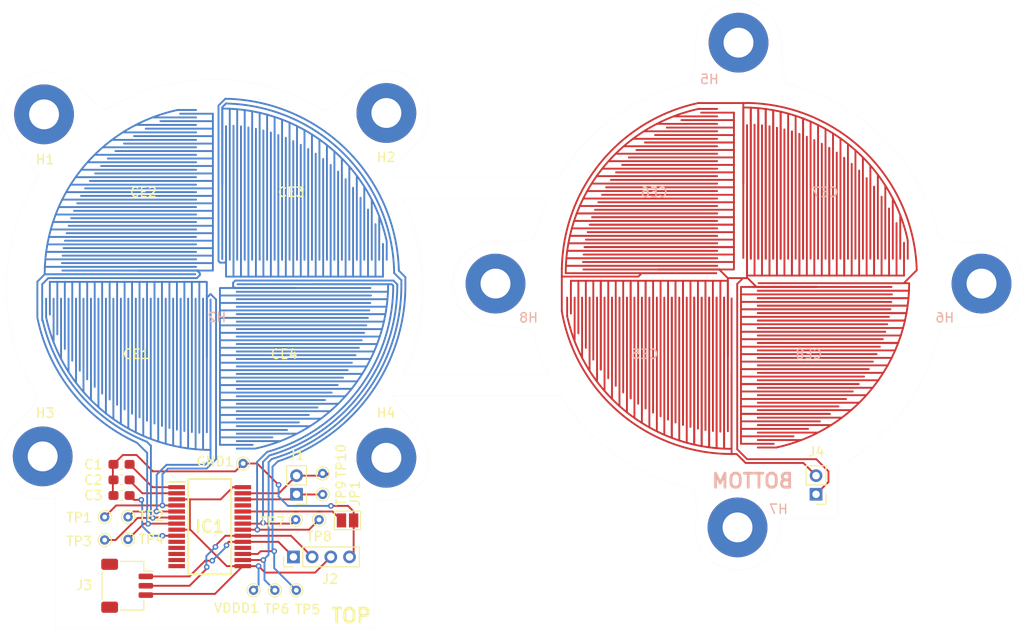
<source format=kicad_pcb>
(kicad_pcb (version 20241229) (generator "pcbnew") (generator_version "9.0")
  (layers (0 "F.Cu" signal) (2 "B.Cu" signal) (13 "F.Paste" user) (15 "B.Paste" user) (5 "F.SilkS" user "F.Silkscreen") (7 "B.SilkS" user "B.Silkscreen") (1 "F.Mask" user) (3 "B.Mask" user) (25 "Edge.Cuts" user))
  (net 0 "")
  (net 1 "Net-(IC1-VCCD)")
  (net 2 "GND")
  (net 3 "Net-(IC1-VSSD)")
  (net 4 "Net-(IC1-VSSA)")
  (net 5 "P5.3")
  (net 6 "P5.2")
  (net 7 "P1.1")
  (net 8 "P1.0")
  (net 9 "P1.3")
  (net 10 "P1.2")
  (net 16 "VDDA_1")
  (net 17 "P3.6")
  (net 18 "P3.1")
  (net 20 "Net-(IC1-XRES)")
  (net 22 "P3.7")
  (net 24 "P3.2")
  (net 31 "P0.1")
  (net 33 "P0.0")
  (footprint "PCB Coils:COIL_GENERATOR_1" (layer "F.Cu") (at 186.562915 50.091 180)
    (property "Reference" "CE2")
    (property "Value" "C")
  )
  (footprint "MountingHole:MountingHole_3.2mm_M3_Pad" (layer "F.Cu") (at 216.813046 51.087283)
    (property "Reference" "H8")
    (property "Value" "~")
  )
  (footprint "PCB Coils:COIL_GENERATOR_1" (layer "F.Cu") (at 187.567915 50.341 90)
    (property "Reference" "CE3")
    (property "Value" "C")
  )
  (footprint "TestPoint:TestPoint_THTPad_D1.0mm_Drill0.5mm" (layer "F.Cu") (at 177.4821 76.086)
    (property "Reference" "TP2")
    (property "Value" "TestPoint")
  )
  (footprint "MountingHole:MountingHole_3.2mm_M3_Pad" (layer "F.Cu") (at 242.822646 25.280883)
    (property "Reference" "H5")
    (property "Value" "~")
  )
  (footprint "Connector_PinHeader_2.00mm:PinHeader_1x04_P2.00mm_Vertical" (layer "F.Cu") (at 195.1859 80.3656 90)
    (property "Reference" "J2")
    (property "Value" "Conn_01x04")
  )
  (footprint "Capacitor_SMD:C_0603_1608Metric_Pad1.08x0.95mm_HandSolder" (layer "F.Cu") (at 176.7875 72.115 180)
    (property "Reference" "C2")
    (property "Value" "0.1uF")
  )
  (footprint "PCB Coils:COIL_GENERATOR" (layer "F.Cu") (at 242.33072 49.976 180)
    (property "Reference" "CE6")
    (property "Value" "C")
  )
  (footprint "Connector_PinHeader_2.00mm:PinHeader_1x02_P2.00mm_Vertical" (layer "F.Cu") (at 251.121 73.66 180)
    (property "Reference" "J4")
    (property "Value" "Conn_01x02")
  )
  (footprint "TestPoint:TestPoint_THTPad_D1.0mm_Drill0.5mm" (layer "F.Cu") (at 174.9821 78.552667 180)
    (property "Reference" "TP3")
    (property "Value" "TestPoint")
  )
  (footprint "PCB Coils:COIL_GENERATOR" (layer "F.Cu") (at 243.33572 50.226 90)
    (property "Reference" "CE7")
    (property "Value" "C")
  )
  (footprint "Jumper:SolderJumper-2_P1.3mm_Open_Pad1.0x1.5mm" (layer "F.Cu") (at 200.9771 76.454)
    (property "Reference" "JP1")
    (property "Value" "SolderJumper_2_Open")
  )
  (footprint "Capacitor_SMD:C_0603_1608Metric_Pad1.08x0.95mm_HandSolder" (layer "F.Cu") (at 176.7875 73.787 180)
    (property "Reference" "C3")
    (property "Value" "0.1uF")
  )
  (footprint "TestPoint:TestPoint_THTPad_D1.0mm_Drill0.5mm" (layer "F.Cu") (at 197.9291 76.378 180)
    (property "Reference" "TP8")
    (property "Value" "TestPoint")
  )
  (footprint "TestPoint:TestPoint_THTPad_D1.0mm_Drill0.5mm" (layer "F.Cu") (at 198.3101 73.676 180)
    (property "Reference" "TP9")
    (property "Value" "TestPoint")
  )
  (footprint "MountingHole:MountingHole_3.2mm_M3_Pad" (layer "F.Cu") (at 168.491566 32.958434)
    (property "Reference" "H1")
    (property "Value" "~")
  )
  (footprint "Connector_PinHeader_2.00mm:PinHeader_1x02_P2.00mm_Vertical" (layer "F.Cu") (at 195.5161 73.66 180)
    (property "Reference" "J1")
    (property "Value" "Conn_01x02" (hide yes))
  )
  (footprint "Connector_JST:JST_SH_SM03B-SRSS-TB_1x03-1MP_P1.00mm_Horizontal" (layer "F.Cu") (at 177.3871 83.455 -90)
    (property "Reference" "J3")
    (property "Value" "Conn_01x04")
  )
  (footprint "MountingHole:MountingHole_3.2mm_M3_Pad" (layer "F.Cu") (at 268.832246 51.087283)
    (property "Reference" "H6")
    (property "Value" "~")
  )
  (footprint "ECE382N:SOP65P780X200-28N" (layer "F.Cu") (at 186.223505 77.125)
    (property "Reference" "IC1")
    (property "Value" "CY8C4145PVI-PS431" (hide yes))
  )
  (footprint "TestPoint:TestPoint_THTPad_D1.0mm_Drill0.5mm" (layer "F.Cu") (at 177.4821 78.486 180)
    (property "Reference" "TP4")
    (property "Value" "TestPoint")
  )
  (footprint "MountingHole:MountingHole_3.2mm_M3_Pad" (layer "F.Cu") (at 205.131046 69.749583)
    (property "Reference" "H4")
    (property "Value" "~")
  )
  (footprint "PCB Coils:COIL_GENERATOR_1" (layer "F.Cu") (at 186.312915 50.902 -90)
    (property "Reference" "CE1")
    (property "Value" "C")
  )
  (footprint "TestPoint:TestPoint_THTPad_D1.0mm_Drill0.5mm" (layer "F.Cu") (at 195.4907 83.933999 90)
    (property "Reference" "TP5")
    (property "Value" "TestPoint")
  )
  (footprint "TestPoint:TestPoint_THTPad_D1.0mm_Drill0.5mm" (layer "F.Cu") (at 193.197255 83.933999)
    (property "Reference" "TP6")
    (property "Value" "TestPoint")
  )
  (footprint "PCB Coils:COIL_GENERATOR_1" (layer "F.Cu") (at 187.317915 51.162)
    (property "Reference" "CE4")
    (property "Value" "C")
  )
  (footprint "TestPoint:TestPoint_THTPad_D1.0mm_Drill0.5mm" (layer "F.Cu") (at 198.3101 71.426 180)
    (property "Reference" "TP10")
    (property "Value" "TestPoint")
  )
  (footprint "TestPoint:TestPoint_THTPad_D1.0mm_Drill0.5mm" (layer "F.Cu") (at 195.4291 76.378 180)
    (property "Reference" "TP7")
    (property "Value" "TestPoint")
  )
  (footprint "PCB Coils:COIL_GENERATOR" (layer "F.Cu") (at 243.08572 51.047)
    (property "Reference" "CE8")
    (property "Value" "C")
  )
  (footprint "TestPoint:TestPoint_THTPad_D1.0mm_Drill0.5mm" (layer "F.Cu") (at 190.911255 83.933999 180)
    (property "Reference" "VDDD1")
    (property "Value" "TestPoint")
  )
  (footprint "PCB Coils:COIL_GENERATOR" (layer "F.Cu") (at 242.08072 50.787 -90)
    (property "Reference" "CE5")
    (property "Value" "C")
  )
  (footprint "Capacitor_SMD:C_0603_1608Metric_Pad1.08x0.95mm_HandSolder" (layer "F.Cu") (at 176.7875 70.45 180)
    (property "Reference" "C1")
    (property "Value" "0.1uF")
  )
  (footprint "MountingHole:MountingHole_3.2mm_M3_Pad" (layer "F.Cu") (at 168.347876 69.597883)
    (property "Reference" "H3")
    (property "Value" "~")
  )
  (footprint "MountingHole:MountingHole_3.2mm_M3_Pad" (layer "F.Cu") (at 242.715396 77.204133)
    (property "Reference" "H7")
    (property "Value" "~")
  )
  (footprint "TestPoint:TestPoint_THTPad_D1.0mm_Drill0.5mm" (layer "F.Cu") (at 189.8011 70.358)
    (property "Reference" "GND1")
    (property "Value" "TestPoint")
  )
  (footprint "MountingHole:MountingHole_3.2mm_M3_Pad" (layer "F.Cu") (at 205.131006 32.814753)
    (property "Reference" "H2")
    (property "Value" "~")
  )
  (footprint "TestPoint:TestPoint_THTPad_D1.0mm_Drill0.5mm" (layer "F.Cu") (at 174.9821 76.086)
    (property "Reference" "TP1")
    (property "Value" "TestPoint")
  )
  (gr_arc (start 242.08072 69.342) (mid 230.199447 65.004107) (end 223.908189 54.03133) (stroke (width 0.2)) (layer "F.Cu") (net 5))
  (gr_arc (start 223.91414 49.4792) (mid 228.126513 38.052858) (end 238.543406 31.744623) (stroke (width 0.2)) (layer "F.Cu") (net 5))
  (gr_arc (start 243.699965 31.736812) (mid 256.40309 37.032601) (end 261.9 49.65) (stroke (width 0.2)) (layer "F.Cu") (net 5))
  (gr_arc (start 179.494375 68.031351) (mid 172.330412 62.918533) (end 168.352995 55.0672) (stroke (width 0.2)) (layer "B.Cu") (net 10))
  (gr_arc (start 205.863053 51.565005) (mid 202.033397 62.585608) (end 192.366431 69.117799) (stroke (width 0.2)) (layer "B.Cu") (net 33))
  (gr_arc (start 207.166597 51.155728) (mid 203.440069 62.876757) (end 193.509041 70.132405) (stroke (width 0.2)) (layer "B.Cu") (net 24))
  (gr_arc (start 187.882195 31.286187) (mid 200.876977 36.761217) (end 206.469101 49.70604) (stroke (width 0.2)) (layer "B.Cu") (net 24))
  (gr_arc (start 187.963946 31.797564) (mid 200.635265 37.240356) (end 205.964164 49.96) (stroke (width 0.2)) (layer "B.Cu") (net 18))
  (gr_arc (start 178.424812 68.123433) (mid 171.4951 62.7) (end 167.776338 54.724707) (stroke (width 0.2)) (layer "B.Cu") (net 9))
  (gr_arc (start 206.299177 51.353274) (mid 202.486677 62.707486) (end 192.620041 69.497405) (stroke (width 0.2)) (layer "B.Cu") (net 31))
  (gr_arc (start 206.735478 51.155121) (mid 202.936577 62.83534) (end 192.874041 69.878405) (stroke (width 0.2)) (layer "B.Cu") (net 18))
  (gr_arc (start 216.813046 55.653635) (mid 212.2889 50.467868) (end 218.040426 46.688975) (stroke (width 0.008)) (layer "Edge.Cuts"))
  (gr_line (start 206.966778 60.840883) (end 222.487259 60.840883) (stroke (width 0.008)) (layer "Edge.Cuts"))
  (gr_arc (start 165.262667 36.187333) (mid 166.696577 37.771834) (end 167.965653 39.49119) (stroke (width 0.008)) (layer "Edge.Cuts"))
  (gr_arc (start 222.487259 60.840883) (mid 221.529753 58.483548) (end 220.847236 56.032423) (stroke (width 0.008)) (layer "Edge.Cuts"))
  (gr_line (start 203.808246 88.069683) (end 203.808246 74.120137) (stroke (width 0.008)) (layer "Edge.Cuts"))
  (gr_arc (start 175.107991 32.487779) (mid 173.343807 31.195145) (end 171.720464 29.729536) (stroke (width 0.008)) (layer "Edge.Cuts"))
  (gr_arc (start 238.256294 25.280883) (mid 242.822646 20.714531) (end 247.388998 25.280883) (stroke (width 0.008)) (layer "Edge.Cuts"))
  (gr_line (start 208.344731 66.505547) (end 207.806458 65.772968) (stroke (width 0.008)) (layer "Edge.Cuts"))
  (gr_arc (start 247.281699 77.182719) (mid 241.9388 81.703965) (end 238.420422 75.653404) (stroke (width 0.008)) (layer "Edge.Cuts"))
  (gr_arc (start 267.604866 46.688975) (mid 273.356392 50.467868) (end 268.832246 55.653635) (stroke (width 0.008)) (layer "Edge.Cuts"))
  (gr_arc (start 223.583609 39.708083) (mid 229.665648 33.160005) (end 237.831414 29.528363) (stroke (width 0.008)) (layer "Edge.Cuts"))
  (gr_arc (start 220.895547 46.331918) (mid 219.473982 46.558391) (end 218.040426 46.688975) (stroke (width 0.008)) (layer "Edge.Cuts"))
  (gr_arc (start 264.371724 56.123035) (mid 266.58967 55.771307) (end 268.832246 55.653635) (stroke (width 0.008)) (layer "Edge.Cuts"))
  (gr_arc (start 216.813046 55.653635) (mid 218.839013 55.748539) (end 220.847236 56.032423) (stroke (width 0.008)) (layer "Edge.Cuts"))
  (gr_arc (start 205.537759 39.52963) (mid 205.594166 39.618724) (end 205.65015 39.708083) (stroke (width 0.008)) (layer "Edge.Cuts"))
  (gr_arc (start 267.604866 46.688975) (mid 265.955471 46.530284) (end 264.323254 46.244706) (stroke (width 0.008)) (layer "Edge.Cuts"))
  (gr_arc (start 175.107991 32.487779) (mid 186.826148 29.211232) (end 198.518452 32.57887) (stroke (width 0.008)) (layer "Edge.Cuts"))
  (gr_line (start 253.389046 70.797682) (end 253.389046 76.284083) (stroke (width 0.008)) (layer "Edge.Cuts"))
  (gr_line (start 169.670646 73.968446) (end 169.670646 88.069683) (stroke (width 0.008)) (layer "Edge.Cuts"))
  (gr_arc (start 238.256294 25.280883) (mid 238.149809 27.415222) (end 237.831414 29.528363) (stroke (width 0.008)) (layer "Edge.Cuts"))
  (gr_arc (start 201.153049 30.572566) (mid 207.892066 29.177708) (end 208.359909 36.043649) (stroke (width 0.008)) (layer "Edge.Cuts"))
  (gr_arc (start 247.833969 29.626599) (mid 247.500531 27.465102) (end 247.388998 25.280883) (stroke (width 0.008)) (layer "Edge.Cuts"))
  (gr_arc (start 207.806458 65.772968) (mid 206.71664 64.502747) (end 205.729285 63.151349) (stroke (width 0.008)) (layer "Edge.Cuts"))
  (gr_line (start 223.708742 63.076083) (end 205.775282 63.076083) (stroke (width 0.008)) (layer "Edge.Cuts"))
  (gr_arc (start 201.153049 30.572566) (mid 199.874538 31.626653) (end 198.518452 32.57887) (stroke (width 0.008)) (layer "Edge.Cuts"))
  (gr_arc (start 205.775282 63.076083) (mid 205.752322 63.113739) (end 205.729285 63.151349) (stroke (width 0.008)) (layer "Edge.Cuts"))
  (gr_arc (start 205.537759 39.52963) (mid 206.857374 37.712596) (end 208.359909 36.043649) (stroke (width 0.008)) (layer "Edge.Cuts"))
  (gr_line (start 205.65015 39.708083) (end 223.583609 39.708083) (stroke (width 0.008)) (layer "Edge.Cuts"))
  (gr_arc (start 264.371724 56.123035) (mid 260.459134 64.641913) (end 253.389046 70.797682) (stroke (width 0.008)) (layer "Edge.Cuts"))
  (gr_arc (start 238.069817 73.10369) (mid 229.862681 69.560132) (end 223.708742 63.076083) (stroke (width 0.008)) (layer "Edge.Cuts"))
  (gr_arc (start 208.344731 66.505547) (mid 209.053974 72.086716) (end 203.808246 74.120137) (stroke (width 0.008)) (layer "Edge.Cuts"))
  (gr_arc (start 238.069817 73.10369) (mid 238.283002 74.373338) (end 238.420422 75.653404) (stroke (width 0.008)) (layer "Edge.Cuts"))
  (gr_line (start 222.392107 41.943283) (end 206.871633 41.943283) (stroke (width 0.008)) (layer "Edge.Cuts"))
  (gr_line (start 247.281699 77.182719) (end 247.419095 76.284083) (stroke (width 0.008)) (layer "Edge.Cuts"))
  (gr_arc (start 206.871633 41.943283) (mid 209.021783 51.381497) (end 206.966778 60.840883) (stroke (width 0.008)) (layer "Edge.Cuts"))
  (gr_arc (start 220.895547 46.331918) (mid 221.529363 44.098566) (end 222.392107 41.943283) (stroke (width 0.008)) (layer "Edge.Cuts"))
  (gr_arc (start 169.670646 73.968446) (mid 164.148379 71.391131) (end 166.105697 65.619918) (stroke (width 0.008)) (layer "Edge.Cuts"))
  (gr_line (start 169.670646 88.069683) (end 203.808246 88.069683) (stroke (width 0.008)) (layer "Edge.Cuts"))
  (gr_arc (start 165.262667 36.187333) (mid 165.262667 29.729535) (end 171.720464 29.729536) (stroke (width 0.008)) (layer "Edge.Cuts"))
  (gr_arc (start 167.872095 63.348564) (mid 164.456998 51.406301) (end 167.965653 39.49119) (stroke (width 0.008)) (layer "Edge.Cuts"))
  (gr_line (start 253.389046 76.284083) (end 247.419095 76.284083) (stroke (width 0.008)) (layer "Edge.Cuts"))
  (gr_arc (start 167.872095 63.348564) (mid 167.027037 64.513902) (end 166.105697 65.619918) (stroke (width 0.008)) (layer "Edge.Cuts"))
  (gr_arc (start 247.833969 29.626599) (mid 258.436826 35.595719) (end 264.323254 46.244706) (stroke (width 0.008)) (layer "Edge.Cuts"))
  (gr_text "TOP" (at 199.05 87.55 0) (layer "F.SilkS") (effects (font (size 1.5 1.5) (thickness 0.3) (bold yes)) (justify left bottom)))
  (gr_text "BOTTOM" (at 248.85 73.1 0) (layer "B.SilkS") (effects (font (size 1.5 1.5) (thickness 0.3) (bold yes)) (justify left bottom mirror)))
  (gr_text "H2" (at 186.987098 54.7 0) (layer "B.SilkS") (effects (font (size 1 1)) (justify mirror)))
  (segment (start 182.685505 72.9) (end 180.1 72.9) (width 0.2) (layer "F.Cu") (net 1))
  (segment (start 180.1 72.9) (end 177.65 70.45) (width 0.2) (layer "F.Cu") (net 1))
  (segment (start 188.9591 71.2) (end 180.1451 71.2) (width 0.2) (layer "F.Cu") (net 2))
  (segment (start 201.6271 75.504) (end 201.6271 76.454) (width 0.2) (layer "F.Cu") (net 2))
  (segment (start 178.3951 69.45) (end 176.925 69.45) (width 0.2) (layer "F.Cu") (net 2))
  (segment (start 201.6271 76.454) (end 201.6271 79.9244) (width 0.2) (layer "F.Cu") (net 2))
  (segment (start 189.8011 70.358) (end 188.9591 71.2) (width 0.2) (layer "F.Cu") (net 2))
  (segment (start 199.1991 74.9) (end 201.0231 74.9) (width 0.2) (layer "F.Cu") (net 2))
  (segment (start 175.8576 70.2045) (end 175.8576 70.45) (width 0.2) (layer "F.Cu") (net 2))
  (segment (start 176.925 69.45) (end 175.925 70.45) (width 0.2) (layer "F.Cu") (net 2))
  (segment (start 175.8576 73.787) (end 175.8576 72.115) (width 0.2) (layer "F.Cu") (net 2))
  (segment (start 175.8576 72.115) (end 175.8576 70.45) (width 0.2) (layer "F.Cu") (net 2))
  (segment (start 180.1451 71.2) (end 178.3951 69.45) (width 0.2) (layer "F.Cu") (net 2))
  (segment (start 189.8011 70.358) (end 191.3031 70.358) (width 0.2) (layer "F.Cu") (net 2))
  (segment (start 201.0231 74.9) (end 201.6271 75.504) (width 0.2) (layer "F.Cu") (net 2))
  (segment (start 201.6271 79.9244) (end 201.1859 80.3656) (width 0.2) (layer "F.Cu") (net 2))
  (segment (start 191.3031 70.358) (end 193.5951 72.65) (width 0.2) (layer "F.Cu") (net 2))
  (via (at 193.5951 72.65) (size 0.6) (drill 0.3) (layers "F.Cu" "B.Cu") (net 2))
  (via (at 199.1991 74.9) (size 0.6) (drill 0.3) (layers "F.Cu" "B.Cu") (net 2))
  (segment (start 194.5951 74.9) (end 199.1991 74.9) (width 0.2) (layer "B.Cu") (net 2))
  (segment (start 193.5951 72.65) (end 193.5951 73.9) (width 0.2) (layer "B.Cu") (net 2))
  (segment (start 199.1991 74.9) (end 199.1691 74.93) (width 0.2) (layer "B.Cu") (net 2))
  (segment (start 193.5951 73.9) (end 194.5951 74.9) (width 0.2) (layer "B.Cu") (net 2))
  (segment (start 177.65 72.1824) (end 177.65 72.115) (width 0.2) (layer "F.Cu") (net 3))
  (segment (start 179.0176 73.55) (end 182.685505 73.55) (width 0.2) (layer "F.Cu") (net 3))
  (segment (start 179.0176 73.55) (end 177.65 72.1824) (width 0.2) (layer "F.Cu") (net 3))
  (segment (start 181.1651 78.1) (end 182.685505 78.1) (width 0.2) (layer "F.Cu") (net 4))
  (segment (start 178.900559 74.25) (end 178.113 74.25) (width 0.2) (layer "F.Cu") (net 4))
  (segment (start 178.113 74.25) (end 177.65 73.787) (width 0.2) (layer "F.Cu") (net 4))
  (via (at 181.1651 78.1) (size 0.6) (drill 0.3) (layers "F.Cu" "B.Cu") (net 4))
  (via (at 178.900559 74.25) (size 0.6) (drill 0.3) (layers "F.Cu" "B.Cu") (net 4))
  (segment (start 178.900559 74.25) (end 178.900559 74.463959) (width 0.2) (layer "B.Cu") (net 4))
  (segment (start 179 74.5634) (end 179 77.075802) (width 0.2) (layer "B.Cu") (net 4))
  (segment (start 178.900559 74.463959) (end 179 74.5634) (width 0.2) (layer "B.Cu") (net 4))
  (segment (start 179 77.075802) (end 180.029198 78.105) (width 0.2) (layer "B.Cu") (net 4))
  (segment (start 180.029198 78.105) (end 181.1601 78.105) (width 0.2) (layer "B.Cu") (net 4))
  (segment (start 181.1601 78.105) (end 181.1651 78.1) (width 0.2) (layer "B.Cu") (net 4))
  (segment (start 198.681 71.66) (end 198.915 71.426) (width 0.2) (layer "F.Cu") (net 5))
  (segment (start 243.9161 70.301) (end 243.5839 70.301) (width 0.2) (layer "F.Cu") (net 5))
  (segment (start 232.1 50.335) (end 223.908189 50.335) (width 0.2) (layer "F.Cu") (net 5))
  (segment (start 232.43072 49.976) (end 232.43072 50.00428) (width 0.2) (layer "F.Cu") (net 5))
  (segment (start 232.43072 50.00428) (end 232.1 50.335) (width 0.2) (layer "F.Cu") (net 5))
  (segment (start 243.33572 40.441) (end 243.33572 31.76974) (width 0.2) (layer "F.Cu") (net 5))
  (segment (start 252.98572 51.047) (end 260.503 51.047) (width 0.2) (layer "F.Cu") (net 5))
  (segment (start 195.5161 71.66) (end 198.0761 71.66) (width 0.2) (layer "F.Cu") (net 5))
  (segment (start 243.5839 70.301) (end 243.349 70.0661) (width 0.2) (layer "F.Cu") (net 5))
  (segment (start 223.908189 49.473249) (end 223.908189 54.03133) (width 0.2) (layer "F.Cu") (net 5))
  (segment (start 242.0808 60.80208) (end 242.0808 69.342) (width 0.2) (layer "F.Cu") (net 5))
  (segment (start 243.349 70.0661) (end 242.6249 69.342) (width 0.2) (layer "F.Cu") (net 5))
  (segment (start 243.35546 31.75) (end 243.684018 31.75) (width 0.2) (layer "F.Cu") (net 5))
  (segment (start 260.503 51.047) (end 261.9 49.65) (width 0.2) (layer "F.Cu") (net 5))
  (segment (start 223.91414 49.4792) (end 223.908189 49.473249) (width 0.2) (layer "F.Cu") (net 5))
  (segment (start 189.761505 73.55) (end 193.6261 73.55) (width 0.2) (layer "F.Cu") (net 5))
  (segment (start 198.915 71.426) (end 198.665 71.676) (width 0.2) (layer "F.Cu") (net 5))
  (segment (start 243.33572 31.76974) (end 243.35546 31.75) (width 0.2) (layer "F.Cu") (net 5))
  (segment (start 242.08072 60.802) (end 242.0808 60.80208) (width 0.2) (layer "F.Cu") (net 5))
  (segment (start 249.762 70.301) (end 243.9161 70.301) (width 0.2) (layer "F.Cu") (net 5))
  (segment (start 242.6249 69.342) (end 242.08072 69.342) (width 0.2) (layer "F.Cu") (net 5))
  (segment (start 251.121 71.66) (end 249.762 70.301) (width 0.2) (layer "F.Cu") (net 5))
  (segment (start 193.6261 73.55) (end 195.5161 71.66) (width 0.2) (layer "F.Cu") (net 5))
  (segment (start 243.35546 31.75) (end 238.54454 31.75) (width 0.2) (layer "F.Cu") (net 5))
  (segment (start 252.45 71.2) (end 252.45 72.331) (width 0.2) (layer "F.Cu") (net 6))
  (segment (start 194.9761 74.2) (end 189.761505 74.2) (width 0.2) (layer "F.Cu") (net 6))
  (segment (start 243.3 50.502743) (end 243.668697 50.502743) (width 0.2) (layer "F.Cu") (net 6))
  (segment (start 251.18372 51.447) (end 244.747 51.447) (width 0.2) (layer "F.Cu") (net 6))
  (segment (start 252.45 72.331) (end 251.121 73.66) (width 0.2) (layer "F.Cu") (net 6))
  (segment (start 243.75 69.9) (end 251.15 69.9) (width 0.2) (layer "F.Cu") (net 6))
  (segment (start 244.747 51.447) (end 243.73572 50.43572) (width 0.2) (layer "F.Cu") (net 6))
  (segment (start 242.68472 51.118023) (end 242.68472 68.83472) (width 0.2) (layer "F.Cu") (net 6))
  (segment (start 241.68072 58.885) (end 241.68072 50.502743) (width 0.2) (layer "F.Cu") (net 6))
  (segment (start 195.5321 73.676) (end 195.5161 73.66) (width 0.2) (layer "F.Cu") (net 6))
  (segment (start 241.68072 50.502743) (end 240.753977 49.576) (width 0.2) (layer "F.Cu") (net 6))
  (segment (start 242.68472 68.83472) (end 243.75 69.9) (width 0.2) (layer "F.Cu") (net 6))
  (segment (start 243.668697 50.502743) (end 243.73572 50.43572) (width 0.2) (layer "F.Cu") (net 6))
  (segment (start 240.753977 49.576) (end 234.23272 49.576) (width 0.2) (layer "F.Cu") (net 6))
  (segment (start 241.68072 50.502743) (end 243.3 50.502743) (width 0.2) (layer "F.Cu") (net 6))
  (segment (start 244.316 51.447) (end 251.18372 51.447) (width 0.2) (layer "F.Cu") (net 6))
  (segment (start 243.73572 50.43572) (end 243.73572 42.128) (width 0.2) (layer "F.Cu") (net 6))
  (segment (start 251.15 69.9) (end 252.45 71.2) (width 0.2) (layer "F.Cu") (net 6))
  (segment (start 198.3101 73.676) (end 195.5321 73.676) (width 0.2) (layer "F.Cu") (net 6))
  (segment (start 195.5161 73.66) (end 194.9761 74.2) (width 0.2) (layer "F.Cu") (net 6))
  (segment (start 243.3 50.502743) (end 242.68472 51.118023) (width 0.2) (layer "F.Cu") (net 6))
  (segment (start 177.4821 76.086) (end 178.0681 75.5) (width 0.2) (layer "F.Cu") (net 7))
  (segment (start 180.5301 75.5) (end 182.685505 75.5) (width 0.2) (layer "F.Cu") (net 7))
  (segment (start 178.0681 75.5) (end 180.5301 75.5) (width 0.2) (layer "F.Cu") (net 7))
  (via (at 180.5301 75.5) (size 0.6) (drill 0.3) (layers "F.Cu" "B.Cu") (net 7))
  (segment (start 181.599 70.5) (end 185.7329 70.5) (width 0.2) (layer "B.Cu") (net 7))
  (segment (start 180.55 75.4801) (end 180.55 71.549) (width 0.2) (layer "B.Cu") (net 7))
  (segment (start 186.312915 69.919985) (end 186.312915 60.802) (width 0.2) (layer "B.Cu") (net 7))
  (segment (start 180.55 71.549) (end 181.599 70.5) (width 0.2) (layer "B.Cu") (net 7))
  (segment (start 186.312915 68.462915) (end 186.312915 60.802) (width 0.2) (layer "B.Cu") (net 7))
  (segment (start 185.7329 70.5) (end 186.312915 69.919985) (width 0.2) (layer "B.Cu") (net 7))
  (segment (start 180.5301 75.5) (end 180.55 75.4801) (width 0.2) (layer "B.Cu") (net 7))
  (segment (start 181.1651 74.85) (end 182.685505 74.85) (width 0.2) (layer "F.Cu") (net 8))
  (segment (start 174.9821 76.086) (end 176.2181 74.85) (width 0.2) (layer "F.Cu") (net 8))
  (segment (start 176.2181 74.85) (end 181.1651 74.85) (width 0.2) (layer "F.Cu") (net 8))
  (via (at 181.1651 74.85) (size 0.6) (drill 0.3) (layers "F.Cu" "B.Cu") (net 8))
  (segment (start 181.7661 70.9) (end 181.1651 71.501) (width 0.2) (layer "B.Cu") (net 8))
  (segment (start 186.9 52.791311) (end 186.9 69.9) (width 0.2) (layer "B.Cu") (net 8))
  (segment (start 186.9 69.9) (end 185.9 70.9) (width 0.2) (layer "B.Cu") (net 8))
  (segment (start 181.1651 71.501) (end 181.1651 74.85) (width 0.2) (layer "B.Cu") (net 8))
  (segment (start 185.912915 59) (end 185.912915 52.604226) (width 0.2) (layer "B.Cu") (net 8))
  (segment (start 185.9 70.9) (end 181.7661 70.9) (width 0.2) (layer "B.Cu") (net 8))
  (segment (start 186.312915 52.204226) (end 186.9 52.791311) (width 0.2) (layer "B.Cu") (net 8))
  (segment (start 185.912915 52.604226) (end 186.312915 52.204226) (width 0.2) (layer "B.Cu") (net 8))
  (segment (start 177.4821 78.486) (end 179.151522 76.816578) (width 0.2) (layer "F.Cu") (net 9))
  (segment (start 179.151522 76.816578) (end 179.62793 76.816578) (width 0.2) (layer "F.Cu") (net 9))
  (segment (start 179.644508 76.8) (end 179.62793 76.816578) (width 0.2) (layer "F.Cu") (net 9))
  (segment (start 182.685505 76.8) (end 179.644508 76.8) (width 0.2) (layer "F.Cu") (net 9))
  (via (at 179.62793 76.816578) (size 0.6) (drill 0.3) (layers "F.Cu" "B.Cu") (net 9))
  (segment (start 170.65 50.1) (end 169.717815 50.1) (width 0.2) (layer "B.Cu") (net 9))
  (segment (start 176.662915 50.091) (end 168.562915 50.091) (width 0.2) (layer "B.Cu") (net 9))
  (segment (start 168.562915 50.091) (end 167.776338 50.877577) (width 0.2) (layer "B.Cu") (net 9))
  (segment (start 176.662915 50.091) (end 170.407157 50.091) (width 0.2) (layer "B.Cu") (net 9))
  (segment (start 171.012057 50.091) (end 170.679857 50.091) (width 0.2) (layer "B.Cu") (net 9))
  (segment (start 179.55 76.738648) (end 179.62793 76.816578) (width 0.2) (layer "B.Cu") (net 9))
  (segment (start 179.52455 76.43912) (end 179.55 76.46457) (width 0.2) (layer "B.Cu") (net 9))
  (segment (start 169.717815 50.1) (end 169.385615 50.1) (width 0.2) (layer "B.Cu") (net 9))
  (segment (start 167.776338 50.877577) (end 167.776338 54.724707) (width 0.2) (layer "B.Cu") (net 9))
  (segment (start 179.55 76.46457) (end 179.55 76.738648) (width 0.2) (layer "B.Cu") (net 9))
  (segment (start 179.5281 75.827627) (end 179.5281 75.937684) (width 0.2) (layer "B.Cu") (net 9))
  (segment (start 179.5281 75.937684) (end 179.52455 75.941234) (width 0.2) (layer "B.Cu") (net 9))
  (segment (start 179.52455 75.941234) (end 179.52455 76.43912) (width 0.2) (layer "B.Cu") (net 9))
  (segment (start 179.5281 69.226721) (end 179.5281 75.827627) (width 0.2) (layer "B.Cu") (net 9))
  (segment (start 178.424812 68.123433) (end 179.5281 69.226721) (width 0.2) (layer "B.Cu") (net 9))
  (segment (start 180.165727 76.15) (end 182.685505 76.15) (width 0.2) (layer "F.Cu") (net 10))
  (segment (start 180.12555 76.190177) (end 180.165727 76.15) (width 0.2) (layer "F.Cu") (net 10))
  (segment (start 180.12555 76.190177) (end 178.510709 76.190177) (width 0.2) (layer "F.Cu") (net 10))
  (segment (start 176.148219 78.552667) (end 174.9821 78.552667) (width 0.2) (layer "F.Cu") (net 10))
  (segment (start 178.510709 76.190177) (end 176.148219 78.552667) (width 0.2) (layer "F.Cu") (net 10))
  (via (at 180.12555 76.190177) (size 0.6) (drill 0.3) (layers "F.Cu" "B.Cu") (net 10))
  (segment (start 184.850689 50.501) (end 168.946815 50.501) (width 0.2) (layer "B.Cu") (net 10))
  (segment (start 168.2951 55.009305) (end 168.352995 55.0672) (width 0.2) (layer "B.Cu") (net 10))
  (segment (start 179.9291 68.434) (end 179.897024 68.434) (width 0.2) (layer "B.Cu") (net 10))
  (segment (start 185.169915 49.983) (end 185.169915 50.181774) (width 0.2) (layer "B.Cu") (net 10))
  (segment (start 184.877915 49.691) (end 185.169915 49.983) (width 0.2) (layer "B.Cu") (net 10))
  (segment (start 179.9291 75.993727) (end 179.9291 68.434) (width 0.2) (layer "B.Cu") (net 10))
  (segment (start 168.2951 51.152715) (end 168.2951 55.009305) (width 0.2) (layer "B.Cu") (net 10))
  (segment (start 185.169915 50.181774) (end 184.850689 50.501) (width 0.2) (layer "B.Cu") (net 10))
  (segment (start 168.946815 50.501) (end 168.2951 51.152715) (width 0.2) (layer "B.Cu") (net 10))
  (segment (start 180.12555 76.190177) (end 179.9291 75.993727) (width 0.2) (layer "B.Cu") (net 10))
  (segment (start 178.62782 49.691) (end 185.04082 49.691) (width 0.2) (layer "B.Cu") (net 10))
  (segment (start 179.897024 68.434) (end 179.494375 68.031351) (width 0.2) (layer "B.Cu") (net 10))
  (segment (start 188.697005 72.9) (end 189.761505 72.9) (width 0.2) (layer "F.Cu") (net 16))
  (segment (start 184.098505 74.2) (end 187.397005 74.2) (width 0.2) (layer "F.Cu") (net 16))
  (segment (start 184.147005 77.45) (end 188.047005 81.35) (width 0.2) (layer "F.Cu") (net 16))
  (segment (start 182.685505 77.45) (end 184.098505 77.45) (width 0.2) (layer "F.Cu") (net 16))
  (segment (start 189.761505 81.35) (end 186.783505 84.328) (width 0.2) (layer "F.Cu") (net 16))
  (segment (start 184.098505 74.2) (end 184.098505 77.45) (width 0.2) (layer "F.Cu") (net 16))
  (segment (start 179.5141 84.328) (end 179.3871 84.455) (width 0.2) (layer "F.Cu") (net 16))
  (segment (start 187.397005 74.2) (end 188.697005 72.9) (width 0.2) (layer "F.Cu") (net 16))
  (segment (start 199.1859 80.3656) (end 197.5095 82.042) (width 0.2) (layer "F.Cu") (net 16))
  (segment (start 182.685505 74.2) (end 184.098505 74.2) (width 0.2) (layer "F.Cu") (net 16))
  (segment (start 186.783505 84.328) (end 179.5141 84.328) (width 0.2) (layer "F.Cu") (net 16))
  (segment (start 189.761505 81.35) (end 189.383505 81.35) (width 0.2) (layer "F.Cu") (net 16))
  (segment (start 192.1441 82.042) (end 191.4521 81.35) (width 0.2) (layer "F.Cu") (net 16))
  (segment (start 189.761505 81.35) (end 191.4521 81.35) (width 0.2) (layer "F.Cu") (net 16))
  (segment (start 197.5095 82.042) (end 192.1441 82.042) (width 0.2) (layer "F.Cu") (net 16))
  (segment (start 184.098505 77.45) (end 184.147005 77.45) (width 0.2) (layer "F.Cu") (net 16))
  (segment (start 188.047005 81.35) (end 189.761505 81.35) (width 0.2) (layer "F.Cu") (net 16))
  (via (at 191.4521 81.35) (size 0.6) (drill 0.3) (layers "F.Cu" "B.Cu") (net 16))
  (segment (start 191.4521 81.35) (end 191.4521 83.393154) (width 0.2) (layer "B.Cu") (net 16))
  (segment (start 191.4521 83.393154) (end 190.911255 83.933999) (width 0.2) (layer "B.Cu") (net 16))
  (segment (start 185.7371 80.772) (end 184.0541 82.455) (width 0.2) (layer "F.Cu") (net 17))
  (segment (start 193.5703 78.75) (end 189.761505 78.75) (width 0.2) (layer "F.Cu") (net 17))
  (segment (start 188.2671 78.75) (end 189.761505 78.75) (width 0.2) (layer "F.Cu") (net 17))
  (segment (start 188.0231 79.121) (end 188.0231 78.994) (width 0.2) (layer "F.Cu") (net 17))
  (segment (start 186.4991 80.772) (end 185.7371 80.772) (width 0.2) (layer "F.Cu") (net 17))
  (segment (start 189.696505 78.815) (end 189.761505 78.75) (width 0.2) (layer "F.Cu") (net 17))
  (segment (start 188.0231 78.994) (end 188.2671 78.75) (width 0.2) (layer "F.Cu") (net 17))
  (segment (start 195.1859 80.3656) (end 193.5703 78.75) (width 0.2) (layer "F.Cu") (net 17))
  (segment (start 184.0541 82.455) (end 179.3871 82.455) (width 0.2) (layer "F.Cu") (net 17))
  (via (at 186.4991 80.772) (size 0.6) (drill 0.3) (layers "F.Cu" "B.Cu") (net 17))
  (via (at 188.0231 79.121) (size 0.6) (drill 0.3) (layers "F.Cu" "B.Cu") (net 17))
  (segment (start 186.4991 80.772) (end 188.0231 79.248) (width 0.2) (layer "B.Cu") (net 17))
  (segment (start 188.0231 79.248) (end 188.0231 79.121) (width 0.2) (layer "B.Cu") (net 17))
  (segment (start 191.9601 80.7) (end 189.761505 80.7) (width 0.2) (layer "F.Cu") (net 18))
  (via (at 191.9601 80.7) (size 0.6) (drill 0.3) (layers "F.Cu" "B.Cu") (net 18))
  (segment (start 187.567915 32.193595) (end 187.963946 31.797564) (width 0.2) (layer "B.Cu") (net 18))
  (segment (start 187.567915 40.441) (end 187.567915 32.193595) (width 0.2) (layer "B.Cu") (net 18))
  (segment (start 191.9051 80.645) (end 191.9601 80.645) (width 0.2) (layer "B.Cu") (net 18))
  (segment (start 191.9601 80.7) (end 191.9051 80.645) (width 0.2) (layer "B.Cu") (net 18))
  (segment (start 205.964164 49.96) (end 206.735478 50.731314) (width 0.2) (layer "B.Cu") (net 18))
  (segment (start 187.963946 31.797564) (end 187.954759 31.797564) (width 0.2) (layer "B.Cu") (net 18))
  (segment (start 192.527296 80.132804) (end 191.9601 80.7) (width 0.2) (layer "B.Cu") (net 18))
  (segment (start 192.0871 80.772) (end 192.0151 80.7) (width 0.2) (layer "B.Cu") (net 18))
  (segment (start 192.527296 70.22515) (end 192.527296 80.132804) (width 0.2) (layer "B.Cu") (net 18))
  (segment (start 206.735478 50.731314) (end 206.735478 51.155121) (width 0.2) (layer "B.Cu") (net 18))
  (segment (start 193.197255 83.933999) (end 192.0871 82.823844) (width 0.2) (layer "B.Cu") (net 18))
  (segment (start 192.0871 82.823844) (end 192.0871 80.772) (width 0.2) (layer "B.Cu") (net 18))
  (segment (start 192.874041 69.878405) (end 192.527296 70.22515) (width 0.2) (layer "B.Cu") (net 18))
  (segment (start 192.0151 80.7) (end 191.9601 80.7) (width 0.2) (layer "B.Cu") (net 18))
  (segment (start 199.3731 75.5) (end 189.761505 75.5) (width 0.2) (layer "F.Cu") (net 20))
  (segment (start 200.3271 76.454) (end 199.3731 75.5) (width 0.2) (layer "F.Cu") (net 20))
  (segment (start 186.836817 79.291283) (end 186.836817 79.164283) (width 0.2) (layer "F.Cu") (net 22))
  (segment (start 186.836817 79.164283) (end 187.9011 78.1) (width 0.2) (layer "F.Cu") (net 22))
  (segment (start 185.907365 81.617735) (end 184.0701 83.455) (width 0.2) (layer "F.Cu") (net 22))
  (segment (start 189.761505 78.1) (end 194.9203 78.1) (width 0.2) (layer "F.Cu") (net 22))
  (segment (start 194.9203 78.1) (end 197.1859 80.3656) (width 0.2) (layer "F.Cu") (net 22))
  (segment (start 185.907365 81.450265) (end 185.907365 81.617735) (width 0.2) (layer "F.Cu") (net 22))
  (segment (start 187.9011 78.1) (end 189.761505 78.1) (width 0.2) (layer "F.Cu") (net 22))
  (segment (start 184.0701 83.455) (end 179.3871 83.455) (width 0.2) (layer "F.Cu") (net 22))
  (via (at 186.836817 79.291283) (size 0.6) (drill 0.3) (layers "F.Cu" "B.Cu") (net 22))
  (via (at 185.907365 81.450265) (size 0.6) (drill 0.3) (layers "F.Cu" "B.Cu") (net 22))
  (segment (start 185.8641 80.264) (end 185.8641 81.407) (width 0.2) (layer "B.Cu") (net 22))
  (segment (start 186.836817 79.291283) (end 185.8641 80.264) (width 0.2) (layer "B.Cu") (net 22))
  (segment (start 185.8641 81.407) (end 185.907365 81.450265) (width 0.2) (layer "B.Cu") (net 22))
  (segment (start 191.672928 79.756229) (end 191.379157 80.05) (width 0.2) (layer "F.Cu") (net 24))
  (segment (start 189.761505 80.174) (end 189.761505 80.05) (width 0.2) (layer "F.Cu") (net 24))
  (segment (start 191.379157 80.05) (end 189.761505 80.05) (width 0.2) (layer "F.Cu") (net 24))
  (segment (start 193.128296 79.756229) (end 191.672928 79.756229) (width 0.2) (layer "F.Cu") (net 24))
  (via (at 193.128296 79.756229) (size 0.6) (drill 0.3) (layers "F.Cu" "B.Cu") (net 24))
  (segment (start 192.9451 70.696346) (end 192.9451 79.573033) (width 0.2) (layer "B.Cu") (net 24))
  (segment (start 206.469101 49.70604) (end 207.166597 50.403536) (width 0.2) (layer "B.Cu") (net 24))
  (segment (start 193.509041 70.132405) (end 192.9451 70.696346) (width 0.2) (layer "B.Cu") (net 24))
  (segment (start 193.128296 79.756229) (end 193.128296 81.571595) (width 0.2) (layer "B.Cu") (net 24))
  (segment (start 187.967915 48.709) (end 187.834915 48.842) (width 0.2) (layer "B.Cu") (net 24))
  (segment (start 187.163925 48.67501) (end 187.163925 32.021298) (width 0.2) (layer "B.Cu") (net 24))
  (segment (start 193.128296 81.571595) (end 195.4907 83.933999) (width 0.2) (layer "B.Cu") (net 24))
  (segment (start 192.9451 79.573033) (end 193.128296 79.756229) (width 0.2) (layer "B.Cu") (net 24))
  (segment (start 187.163925 32.021298) (end 187.899036 31.286187) (width 0.2) (layer "B.Cu") (net 24))
  (segment (start 207.166597 50.403536) (end 207.166597 51.155728) (width 0.2) (layer "B.Cu") (net 24))
  (segment (start 187.330915 48.842) (end 187.163925 48.67501) (width 0.2) (layer "B.Cu") (net 24))
  (segment (start 187.834915 48.842) (end 187.330915 48.842) (width 0.2) (layer "B.Cu") (net 24))
  (segment (start 187.967915 42.243) (end 187.967915 48.709) (width 0.2) (layer "B.Cu") (net 24))
  (segment (start 191.9251 76.704868) (end 192.020232 76.8) (width 0.2) (layer "F.Cu") (net 31))
  (segment (start 192.020232 76.8) (end 195.0071 76.8) (width 0.2) (layer "F.Cu") (net 31))
  (segment (start 195.0071 76.8) (end 195.4291 76.378) (width 0.2) (layer "F.Cu") (net 31))
  (segment (start 191.9251 76.704868) (end 191.829968 76.8) (width 0.2) (layer "F.Cu") (net 31))
  (segment (start 191.829968 76.8) (end 189.761505 76.8) (width 0.2) (layer "F.Cu") (net 31))
  (via (at 191.9251 76.704868) (size 0.6) (drill 0.3) (layers "F.Cu" "B.Cu") (net 31))
  (segment (start 195.415915 51.562) (end 188.907915 51.562) (width 0.2) (layer "B.Cu") (net 31))
  (segment (start 205.886915 50.761) (end 206.299177 51.173262) (width 0.2) (layer "B.Cu") (net 31))
  (segment (start 188.725915 50.999) (end 188.963915 50.761) (width 0.2) (layer "B.Cu") (net 31))
  (segment (start 192.620041 69.497405) (end 191.9251 70.192346) (width 0.2) (layer "B.Cu") (net 31))
  (segment (start 188.907915 51.562) (end 188.725915 51.38) (width 0.2) (layer "B.Cu") (net 31))
  (segment (start 188.725915 51.38) (end 188.725915 50.999) (width 0.2) (layer "B.Cu") (net 31))
  (segment (start 191.9601 76.669868) (end 191.9251 76.704868) (width 0.2) (layer "B.Cu") (net 31))
  (segment (start 188.963915 50.761) (end 205.886915 50.761) (width 0.2) (layer "B.Cu") (net 31))
  (segment (start 206.299177 51.173262) (end 206.299177 51.353274) (width 0.2) (layer "B.Cu") (net 31))
  (segment (start 191.9251 70.192346) (end 191.9251 76.704868) (width 0.2) (layer "B.Cu") (net 31))
  (segment (start 197.9291 76.378) (end 196.8571 77.45) (width 0.2) (layer "F.Cu") (net 33))
  (segment (start 196.8571 77.45) (end 191.3251 77.45) (width 0.2) (layer "F.Cu") (net 33))
  (segment (start 197.9291 76.378) (end 198.1791 76.378) (width 0.2) (layer "F.Cu") (net 33))
  (segment (start 191.3251 77.45) (end 189.761505 77.45) (width 0.2) (layer "F.Cu") (net 33))
  (via (at 191.3251 77.45) (size 0.6) (drill 0.3) (layers "F.Cu" "B.Cu") (net 33))
  (segment (start 205.863053 51.314136) (end 205.710917 51.162) (width 0.2) (layer "B.Cu") (net 33))
  (segment (start 197.217915 51.162) (end 205.710917 51.162) (width 0.2) (layer "B.Cu") (net 33))
  (segment (start 191.2951 71.15) (end 191.2951 77.42) (width 0.2) (layer "B.Cu") (net 33))
  (segment (start 191.2951 70.18913) (end 191.2951 71.15) (width 0.2) (layer "B.Cu") (net 33))
  (segment (start 191.2951 77.42) (end 191.3251 77.45) (width 0.2) (layer "B.Cu") (net 33))
  (segment (start 205.863053 51.565005) (end 205.863053 51.314136) (width 0.2) (layer "B.Cu") (net 33))
  (segment (start 192.366431 69.117799) (end 191.2951 70.18913) (width 0.2) (layer "B.Cu") (net 33))
)
</source>
